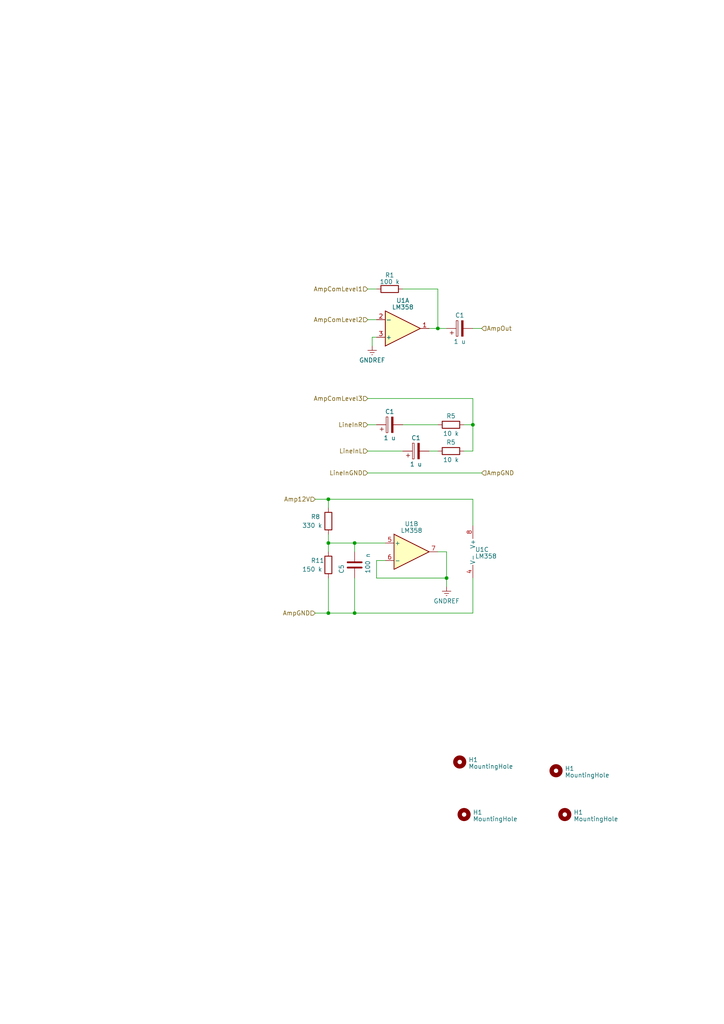
<source format=kicad_sch>
(kicad_sch (version 20230121) (generator eeschema)
  (paper "A4" portrait)
  (lib_symbols
    (symbol "Amplifier_Operational:LM358" (pin_names (offset 0.127))
      (property "Reference" "U" (at 0 5.08 0))
      (property "Value" "LM358" (at 0 -5.08 0))
      (symbol "LM358_1_1"
        (polyline (pts (xy -5.08 5.08) (xy 5.08 0) (xy -5.08 -5.08) (xy -5.08 5.08)) (stroke (width 0.254)) (fill (type background)))
        (pin output line (at 7.62 0 180) (length 2.54) (name "~") (number "1"))
        (pin input line (at -7.62 -2.54 0) (length 2.54) (name "-") (number "2"))
        (pin input line (at -7.62 2.54 0) (length 2.54) (name "+") (number "3"))
      )
      (symbol "LM358_2_1"
        (polyline (pts (xy -5.08 5.08) (xy 5.08 0) (xy -5.08 -5.08) (xy -5.08 5.08)) (stroke (width 0.254)) (fill (type background)))
        (pin input line (at -7.62 2.54 0) (length 2.54) (name "+") (number "5"))
        (pin input line (at -7.62 -2.54 0) (length 2.54) (name "-") (number "6"))
        (pin output line (at 7.62 0 180) (length 2.54) (name "~") (number "7"))
      )
      (symbol "LM358_3_1"
        (pin power_in line (at -2.54 -7.62 90) (length 3.81) (name "V-") (number "4"))
        (pin power_in line (at -2.54 7.62 270) (length 3.81) (name "V+") (number "8"))
      )
    )
    (symbol "Device:C" (pin_numbers hide) (pin_names (offset 0.254))
      (property "Reference" "C" (at 0.635 2.54 0))
      (property "Value" "C" (at 0.635 -2.54 0))
      (symbol "C_0_1"
        (polyline (pts (xy -2.032 -0.762) (xy 2.032 -0.762)) (stroke (width 0.508)))
        (polyline (pts (xy -2.032 0.762) (xy 2.032 0.762)) (stroke (width 0.508)))
      )
      (symbol "C_1_1"
        (pin passive line (at 0 3.81 270) (length 2.794) (name "~") (number "1"))
        (pin passive line (at 0 -3.81 90) (length 2.794) (name "~") (number "2"))
      )
    )
    (symbol "Device:C_Polarized" (pin_numbers hide) (pin_names (offset 0.254))
      (property "Reference" "C" (at 0.635 2.54 0))
      (property "Value" "C_Polarized" (at 0.635 -2.54 0))
      (symbol "C_Polarized_0_1"
        (rectangle (start -2.286 0.508) (end 2.286 1.016))
        (polyline (pts (xy -1.778 2.286) (xy -0.762 2.286)))
        (polyline (pts (xy -1.27 2.794) (xy -1.27 1.778)))
        (rectangle (start 2.286 -0.508) (end -2.286 -1.016) (fill (type outline)))
      )
      (symbol "C_Polarized_1_1"
        (pin passive line (at 0 3.81 270) (length 2.794) (name "~") (number "1"))
        (pin passive line (at 0 -3.81 90) (length 2.794) (name "~") (number "2"))
      )
    )
    (symbol "Device:R" (pin_numbers hide) (pin_names (offset 0))
      (property "Reference" "R" (at 2.032 0 90))
      (property "Value" "R" (at 0 0 90))
      (symbol "R_0_1"
        (rectangle (start -1.016 -2.54) (end 1.016 2.54) (stroke (width 0.254)))
      )
      (symbol "R_1_1"
        (pin passive line (at 0 3.81 270) (length 1.27) (name "~") (number "1"))
        (pin passive line (at 0 -3.81 90) (length 1.27) (name "~") (number "2"))
      )
    )
    (symbol "Mechanical:MountingHole" (pin_names (offset 1.016))
      (property "Reference" "H" (at 0 5.08 0))
      (property "Value" "MountingHole" (at 0 3.175 0))
      (symbol "MountingHole_0_1"
        (circle (center 0 0) (radius 1.27) (stroke (width 1.27)))
      )
    )
    (symbol "power:GNDREF" (power) (pin_names (offset 0))
      (property "Value" "GNDREF" (at 0 -3.81 0))
      (symbol "GNDREF_0_1"
        (polyline (pts (xy -0.635 -1.905) (xy 0.635 -1.905)))
        (polyline (pts (xy -0.127 -2.54) (xy 0.127 -2.54)))
        (polyline (pts (xy 0 -1.27) (xy 0 0)))
        (polyline (pts (xy 1.27 -1.27) (xy -1.27 -1.27)))
      )
      (symbol "GNDREF_1_1"
        (pin power_in line (at 0 0 270) (length 0) hide (name "GNDREF") (number "1"))
      )
    )
  )
  (junction (at 95.25 144.78))
  (junction (at 95.25 157.48))
  (junction (at 127 95.25))
  (junction (at 102.87 157.48))
  (junction (at 129.54 167.64))
  (junction (at 95.25 177.8))
  (junction (at 102.87 177.8))
  (junction (at 137.16 123.19))
  (wire (pts (xy 106.68 123.19) (xy 109.22 123.19)))
  (wire (pts (xy 129.54 160.02) (xy 127 160.02)))
  (wire (pts (xy 106.68 137.16) (xy 139.7 137.16)))
  (wire (pts (xy 137.16 123.19) (xy 137.16 130.81)))
  (wire (pts (xy 106.68 130.81) (xy 116.84 130.81)))
  (wire (pts (xy 102.87 157.48) (xy 111.76 157.48)))
  (wire (pts (xy 109.22 83.82) (xy 106.68 83.82)))
  (wire (pts (xy 102.87 167.64) (xy 102.87 177.8)))
  (wire (pts (xy 127 95.25) (xy 129.54 95.25)))
  (wire (pts (xy 127 83.82) (xy 127 95.25)))
  (wire (pts (xy 95.25 177.8) (xy 102.87 177.8)))
  (wire (pts (xy 137.16 167.64) (xy 137.16 177.8)))
  (wire (pts (xy 134.62 130.81) (xy 137.16 130.81)))
  (wire (pts (xy 91.44 177.8) (xy 95.25 177.8)))
  (wire (pts (xy 91.44 144.78) (xy 95.25 144.78)))
  (wire (pts (xy 95.25 144.78) (xy 95.25 147.32)))
  (wire (pts (xy 109.22 97.79) (xy 107.95 97.79)))
  (wire (pts (xy 106.68 92.71) (xy 109.22 92.71)))
  (wire (pts (xy 127 95.25) (xy 124.46 95.25)))
  (wire (pts (xy 129.54 167.64) (xy 129.54 160.02)))
  (wire (pts (xy 95.25 157.48) (xy 102.87 157.48)))
  (wire (pts (xy 137.16 95.25) (xy 139.7 95.25)))
  (wire (pts (xy 107.95 97.79) (xy 107.95 100.33)))
  (wire (pts (xy 95.25 157.48) (xy 95.25 160.02)))
  (wire (pts (xy 137.16 177.8) (xy 102.87 177.8)))
  (wire (pts (xy 109.22 167.64) (xy 129.54 167.64)))
  (wire (pts (xy 124.46 130.81) (xy 127 130.81)))
  (wire (pts (xy 137.16 123.19) (xy 137.16 115.57)))
  (wire (pts (xy 116.84 123.19) (xy 127 123.19)))
  (wire (pts (xy 95.25 154.94) (xy 95.25 157.48)))
  (wire (pts (xy 106.68 115.57) (xy 137.16 115.57)))
  (wire (pts (xy 129.54 167.64) (xy 129.54 170.18)))
  (wire (pts (xy 134.62 123.19) (xy 137.16 123.19)))
  (wire (pts (xy 116.84 83.82) (xy 127 83.82)))
  (wire (pts (xy 102.87 157.48) (xy 102.87 160.02)))
  (wire (pts (xy 95.25 144.78) (xy 137.16 144.78)))
  (wire (pts (xy 111.76 162.56) (xy 109.22 162.56)))
  (wire (pts (xy 109.22 162.56) (xy 109.22 167.64)))
  (wire (pts (xy 137.16 144.78) (xy 137.16 152.4)))
  (wire (pts (xy 95.25 167.64) (xy 95.25 177.8)))
  (hierarchical_label "LineInR" (shape input) (at 106.68 123.19 180))
  (hierarchical_label "AmpGND" (shape input) (at 139.7 137.16 0))
  (hierarchical_label "AmpComLevel2" (shape input) (at 106.68 92.71 180))
  (hierarchical_label "AmpComLevel1" (shape input) (at 106.68 83.82 180))
  (hierarchical_label "AmpComLevel3" (shape input) (at 106.68 115.57 180))
  (hierarchical_label "LineInGND" (shape input) (at 106.68 137.16 180))
  (hierarchical_label "AmpOut" (shape input) (at 139.7 95.25 0))
  (hierarchical_label "LineInL" (shape input) (at 106.68 130.81 180))
  (hierarchical_label "AmpGND" (shape input) (at 91.44 177.8 180))
  (hierarchical_label "Amp12V" (shape input) (at 91.44 144.78 180))
  (symbol (lib_id "power:GNDREF") (at 129.54 170.18 0) (unit 1)
    (property "Reference" "#PWR011" (effects hide))
    (property "Value" "GNDREF" (at 129.54 174.3155 0))
    (instances (project "v1" (path "" (reference "#PWR011") (unit 1)) (path "" (reference "#PWR02") (unit 1))))
  )
  (symbol (lib_id "Device:R") (at 130.81 123.19 270) (unit 1)
    (property "Reference" "R5" (at 130.81 120.65 90))
    (property "Value" "10 k" (at 130.81 125.73 90))
    (property "Footprint" "Resistor_SMD:R_0805_2012Metric_Pad1.20x1.40mm_HandSolder" (effects hide))
    (instances (project "v1" (path "" (reference "R5") (unit 1)) (path "" (reference "R2") (unit 1))))
  )
  (symbol (lib_id "Amplifier_Operational:LM358") (at 116.84 95.25 0) (mirror x) (unit 1)
    (property "Reference" "U1" (at 116.84 87.1601 0))
    (property "Value" "LM358" (at 116.84 89.0811 0))
    (property "Footprint" "Package_DIP:DIP-8_W7.62mm" (effects hide))
    (property "Datasheet" "http://www.ti.com/lit/ds/symlink/lm2904-n.pdf" (effects hide))
  )
  (symbol (lib_id "Device:R") (at 95.25 151.13 0) (unit 1)
    (property "Reference" "R8" (at 90.17 149.86 0) (effects (justify left)))
    (property "Value" "330 k" (at 87.63 152.4 0) (effects (justify left)))
    (property "Footprint" "Resistor_SMD:R_0805_2012Metric_Pad1.20x1.40mm_HandSolder" (effects hide))
    (instances (project "v1" (path "" (reference "R8") (unit 1)) (path "" (reference "R4") (unit 1))))
  )
  (symbol (lib_id "Device:C_Polarized") (at 133.35 95.25 90) (unit 1)
    (property "Reference" "C1" (at 133.35 91.44 90))
    (property "Value" "1 u" (at 133.35 99.06 90))
    (property "Footprint" "Capacitor_SMD:CP_Elec_4x3" (effects hide))
  )
  (symbol (lib_id "Device:R") (at 130.81 130.81 270) (unit 1)
    (property "Reference" "R5" (at 130.81 128.27 90))
    (property "Value" "10 k" (at 130.81 133.35 90))
    (property "Footprint" "Resistor_SMD:R_0805_2012Metric_Pad1.20x1.40mm_HandSolder" (effects hide))
    (instances (project "v1" (path "" (reference "R5") (unit 1)) (path "" (reference "R3") (unit 1))))
  )
  (symbol (lib_id "Mechanical:MountingHole") (at 163.83 236.22 0) (unit 1)
    (property "Reference" "H1" (at 166.37 235.5763 0) (effects (justify left)))
    (property "Value" "MountingHole" (at 166.37 237.4973 0) (effects (justify left)))
    (property "Footprint" "MountingHole:MountingHole_3.2mm_M3" (effects hide))
    (instances (project "v1" (path "" (reference "H1") (unit 1)) (path "" (reference "H10") (unit 1))))
  )
  (symbol (lib_id "Amplifier_Operational:LM358") (at 119.38 160.02 0) (unit 2)
    (property "Reference" "U1" (at 119.38 151.9301 0))
    (property "Value" "LM358" (at 119.38 153.8511 0))
    (property "Footprint" "Package_DIP:DIP-8_W7.62mm" (effects hide))
    (property "Datasheet" "http://www.ti.com/lit/ds/symlink/lm2904-n.pdf" (effects hide))
  )
  (symbol (lib_id "Device:C_Polarized") (at 113.03 123.19 90) (unit 1)
    (property "Reference" "C1" (at 113.03 119.38 90))
    (property "Value" "1 u" (at 113.03 127 90))
    (property "Footprint" "Capacitor_SMD:CP_Elec_4x3" (effects hide))
    (instances (project "v1" (path "" (reference "C1") (unit 1)) (path "" (reference "C2") (unit 1))))
  )
  (symbol (lib_id "Amplifier_Operational:LM358") (at 139.7 160.02 0) (unit 3)
    (property "Reference" "U1" (at 137.795 159.3763 0) (effects (justify left)))
    (property "Value" "LM358" (at 137.795 161.2973 0) (effects (justify left)))
    (property "Footprint" "Package_DIP:DIP-8_W7.62mm" (effects hide))
    (property "Datasheet" "http://www.ti.com/lit/ds/symlink/lm2904-n.pdf" (effects hide))
  )
  (symbol (lib_id "Device:C_Polarized") (at 120.65 130.81 90) (unit 1)
    (property "Reference" "C1" (at 120.65 127 90))
    (property "Value" "1 u" (at 120.65 134.62 90))
    (property "Footprint" "Capacitor_SMD:CP_Elec_4x3" (effects hide))
    (instances (project "v1" (path "" (reference "C1") (unit 1)) (path "" (reference "C18") (unit 1))))
  )
  (symbol (lib_id "Mechanical:MountingHole") (at 161.29 223.52 0) (unit 1)
    (property "Reference" "H1" (at 163.83 222.8763 0) (effects (justify left)))
    (property "Value" "MountingHole" (at 163.83 224.7973 0) (effects (justify left)))
    (property "Footprint" "MountingHole:MountingHole_3.2mm_M3" (effects hide))
    (instances (project "v1" (path "" (reference "H1") (unit 1)) (path "" (reference "H11") (unit 1))))
  )
  (symbol (lib_id "Device:R") (at 113.03 83.82 270) (unit 1)
    (property "Reference" "R1" (at 113.03 79.7941 90))
    (property "Value" "100 k" (at 113.03 81.7151 90))
    (property "Footprint" "Resistor_SMD:R_0805_2012Metric_Pad1.20x1.40mm_HandSolder" (effects hide))
  )
  (symbol (lib_id "Mechanical:MountingHole") (at 134.62 236.22 0) (unit 1)
    (property "Reference" "H1" (at 137.16 235.5763 0) (effects (justify left)))
    (property "Value" "MountingHole" (at 137.16 237.4973 0) (effects (justify left)))
    (property "Footprint" "MountingHole:MountingHole_3.2mm_M3" (effects hide))
    (instances (project "v1" (path "" (reference "H1") (unit 1)) (path "" (reference "H9") (unit 1))))
  )
  (symbol (lib_id "Device:R") (at 95.25 163.83 0) (unit 1)
    (property "Reference" "R11" (at 90.17 162.56 0) (effects (justify left)))
    (property "Value" "150 k" (at 87.63 165.1 0) (effects (justify left)))
    (property "Footprint" "Resistor_SMD:R_0805_2012Metric_Pad1.20x1.40mm_HandSolder" (effects hide))
    (instances (project "v1" (path "" (reference "R11") (unit 1)) (path "" (reference "R5") (unit 1))))
  )
  (symbol (lib_id "Device:C") (at 102.87 163.83 0) (unit 1)
    (property "Reference" "C5" (at 99.06 166.37 90) (effects (justify left)))
    (property "Value" "100 n" (at 106.68 166.37 90) (effects (justify left)))
    (property "Footprint" "Capacitor_SMD:C_0805_2012Metric_Pad1.18x1.45mm_HandSolder" (effects hide))
    (instances (project "v1" (path "" (reference "C5") (unit 1)) (path "" (reference "C3") (unit 1))))
  )
  (symbol (lib_id "Mechanical:MountingHole") (at 133.35 220.98 0) (unit 1)
    (property "Reference" "H1" (at 135.89 220.3363 0) (effects (justify left)))
    (property "Value" "MountingHole" (at 135.89 222.2573 0) (effects (justify left)))
    (property "Footprint" "MountingHole:MountingHole_3.2mm_M3" (effects hide))
    (instances (project "v1" (path "" (reference "H1") (unit 1)) (path "" (reference "H12") (unit 1))))
  )
  (symbol (lib_id "power:GNDREF") (at 107.95 100.33 0) (unit 1)
    (property "Reference" "#PWR02" (effects hide))
    (property "Value" "GNDREF" (at 107.95 104.4655 0))
    (instances (project "v1" (path "" (reference "#PWR02") (unit 1)) (path "" (reference "#PWR01") (unit 1))))
  )
)
</source>
